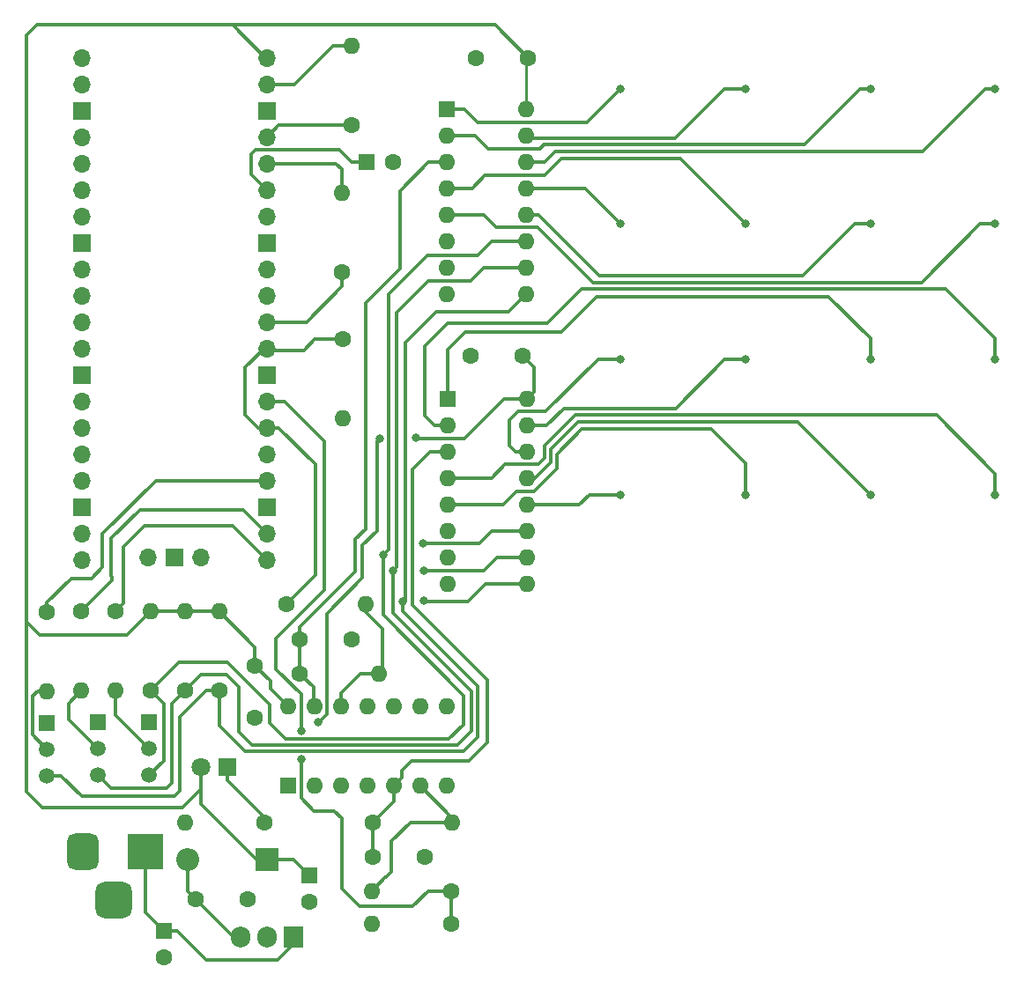
<source format=gbr>
%TF.GenerationSoftware,KiCad,Pcbnew,(6.0.11)*%
%TF.CreationDate,2024-06-09T14:40:51-05:00*%
%TF.ProjectId,CapactiveTouchpad,43617061-6374-4697-9665-546f75636870,rev?*%
%TF.SameCoordinates,Original*%
%TF.FileFunction,Copper,L2,Bot*%
%TF.FilePolarity,Positive*%
%FSLAX46Y46*%
G04 Gerber Fmt 4.6, Leading zero omitted, Abs format (unit mm)*
G04 Created by KiCad (PCBNEW (6.0.11)) date 2024-06-09 14:40:51*
%MOMM*%
%LPD*%
G01*
G04 APERTURE LIST*
G04 Aperture macros list*
%AMRoundRect*
0 Rectangle with rounded corners*
0 $1 Rounding radius*
0 $2 $3 $4 $5 $6 $7 $8 $9 X,Y pos of 4 corners*
0 Add a 4 corners polygon primitive as box body*
4,1,4,$2,$3,$4,$5,$6,$7,$8,$9,$2,$3,0*
0 Add four circle primitives for the rounded corners*
1,1,$1+$1,$2,$3*
1,1,$1+$1,$4,$5*
1,1,$1+$1,$6,$7*
1,1,$1+$1,$8,$9*
0 Add four rect primitives between the rounded corners*
20,1,$1+$1,$2,$3,$4,$5,0*
20,1,$1+$1,$4,$5,$6,$7,0*
20,1,$1+$1,$6,$7,$8,$9,0*
20,1,$1+$1,$8,$9,$2,$3,0*%
G04 Aperture macros list end*
%TA.AperFunction,ComponentPad*%
%ADD10C,1.600000*%
%TD*%
%TA.AperFunction,ComponentPad*%
%ADD11O,1.600000X1.600000*%
%TD*%
%TA.AperFunction,ComponentPad*%
%ADD12R,1.500000X1.500000*%
%TD*%
%TA.AperFunction,ComponentPad*%
%ADD13C,1.500000*%
%TD*%
%TA.AperFunction,ComponentPad*%
%ADD14R,3.500000X3.500000*%
%TD*%
%TA.AperFunction,ComponentPad*%
%ADD15RoundRect,0.750000X-0.750000X-1.000000X0.750000X-1.000000X0.750000X1.000000X-0.750000X1.000000X0*%
%TD*%
%TA.AperFunction,ComponentPad*%
%ADD16RoundRect,0.875000X-0.875000X-0.875000X0.875000X-0.875000X0.875000X0.875000X-0.875000X0.875000X0*%
%TD*%
%TA.AperFunction,ComponentPad*%
%ADD17R,1.905000X2.000000*%
%TD*%
%TA.AperFunction,ComponentPad*%
%ADD18O,1.905000X2.000000*%
%TD*%
%TA.AperFunction,ComponentPad*%
%ADD19R,2.200000X2.200000*%
%TD*%
%TA.AperFunction,ComponentPad*%
%ADD20O,2.200000X2.200000*%
%TD*%
%TA.AperFunction,ComponentPad*%
%ADD21O,1.700000X1.700000*%
%TD*%
%TA.AperFunction,ComponentPad*%
%ADD22R,1.700000X1.700000*%
%TD*%
%TA.AperFunction,ComponentPad*%
%ADD23R,1.600000X1.600000*%
%TD*%
%TA.AperFunction,ComponentPad*%
%ADD24R,1.800000X1.800000*%
%TD*%
%TA.AperFunction,ComponentPad*%
%ADD25C,1.800000*%
%TD*%
%TA.AperFunction,ViaPad*%
%ADD26C,0.800000*%
%TD*%
%TA.AperFunction,Conductor*%
%ADD27C,0.350000*%
%TD*%
%TA.AperFunction,Conductor*%
%ADD28C,0.250000*%
%TD*%
G04 APERTURE END LIST*
D10*
%TO.P,R15,1*%
%TO.N,Net-(C8-Pad1)*%
X74200000Y-114500000D03*
D11*
%TO.P,R15,2*%
%TO.N,Net-(R13-Pad2)*%
X81820000Y-114500000D03*
%TD*%
D12*
%TO.P,Q1,1,E*%
%TO.N,GND*%
X52726000Y-104902000D03*
D13*
%TO.P,Q1,2,B*%
%TO.N,Net-(Q1-Pad2)*%
X52726000Y-107442000D03*
%TO.P,Q1,3,C*%
%TO.N,SEL0*%
X52726000Y-109982000D03*
%TD*%
D12*
%TO.P,Q2,1,E*%
%TO.N,GND*%
X47810000Y-104900000D03*
D13*
%TO.P,Q2,2,B*%
%TO.N,Net-(Q2-Pad2)*%
X47810000Y-107440000D03*
%TO.P,Q2,3,C*%
%TO.N,SEL1*%
X47810000Y-109980000D03*
%TD*%
D10*
%TO.P,C9,1*%
%TO.N,Net-(C9-Pad1)*%
X67200000Y-96900000D03*
%TO.P,C9,2*%
%TO.N,GND*%
X72200000Y-96900000D03*
%TD*%
D14*
%TO.P,J1,1*%
%TO.N,Net-(C1-Pad1)*%
X52324000Y-117300000D03*
D15*
%TO.P,J1,2*%
%TO.N,unconnected-(J1-Pad2)*%
X46324000Y-117300000D03*
D16*
%TO.P,J1,3*%
%TO.N,unconnected-(J1-Pad3)*%
X49324000Y-122000000D03*
%TD*%
D10*
%TO.P,R11,1*%
%TO.N,Net-(C9-Pad1)*%
X67200000Y-100200000D03*
D11*
%TO.P,R11,2*%
%TO.N,Net-(R11-Pad2)*%
X74820000Y-100200000D03*
%TD*%
D10*
%TO.P,R6,1*%
%TO.N,Net-(R6-Pad1)*%
X46200000Y-94220000D03*
D11*
%TO.P,R6,2*%
%TO.N,Net-(Q2-Pad2)*%
X46200000Y-101840000D03*
%TD*%
D10*
%TO.P,R4,1*%
%TO.N,Net-(R4-Pad1)*%
X49450000Y-94240000D03*
D11*
%TO.P,R4,2*%
%TO.N,Net-(Q1-Pad2)*%
X49450000Y-101860000D03*
%TD*%
D17*
%TO.P,U1,1,VI*%
%TO.N,Net-(C1-Pad1)*%
X66548000Y-125547000D03*
D18*
%TO.P,U1,2,GND*%
%TO.N,GND*%
X64008000Y-125547000D03*
%TO.P,U1,3,VO*%
%TO.N,Net-(C6-Pad1)*%
X61468000Y-125547000D03*
%TD*%
D19*
%TO.P,D2,1,K*%
%TO.N,+5V*%
X64008000Y-118110000D03*
D20*
%TO.P,D2,2,A*%
%TO.N,Net-(C6-Pad1)*%
X56388000Y-118110000D03*
%TD*%
D10*
%TO.P,C8,1*%
%TO.N,Net-(C8-Pad1)*%
X74200000Y-117800000D03*
%TO.P,C8,2*%
%TO.N,GND*%
X79200000Y-117800000D03*
%TD*%
D21*
%TO.P,U4,1,GPIO0*%
%TO.N,unconnected-(U4-Pad1)*%
X46220000Y-41000000D03*
%TO.P,U4,2,GPIO1*%
%TO.N,unconnected-(U4-Pad2)*%
X46220000Y-43540000D03*
D22*
%TO.P,U4,3,GND*%
%TO.N,GND*%
X46220000Y-46080000D03*
D21*
%TO.P,U4,4,GPIO2*%
%TO.N,unconnected-(U4-Pad4)*%
X46220000Y-48620000D03*
%TO.P,U4,5,GPIO3*%
%TO.N,unconnected-(U4-Pad5)*%
X46220000Y-51160000D03*
%TO.P,U4,6,GPIO4*%
%TO.N,unconnected-(U4-Pad6)*%
X46220000Y-53700000D03*
%TO.P,U4,7,GPIO5*%
%TO.N,unconnected-(U4-Pad7)*%
X46220000Y-56240000D03*
D22*
%TO.P,U4,8,GND*%
%TO.N,GND*%
X46220000Y-58780000D03*
D21*
%TO.P,U4,9,GPIO6*%
%TO.N,unconnected-(U4-Pad9)*%
X46220000Y-61320000D03*
%TO.P,U4,10,GPIO7*%
%TO.N,unconnected-(U4-Pad10)*%
X46220000Y-63860000D03*
%TO.P,U4,11,GPIO8*%
%TO.N,unconnected-(U4-Pad11)*%
X46220000Y-66400000D03*
%TO.P,U4,12,GPIO9*%
%TO.N,unconnected-(U4-Pad12)*%
X46220000Y-68940000D03*
D22*
%TO.P,U4,13,GND*%
%TO.N,GND*%
X46220000Y-71480000D03*
D21*
%TO.P,U4,14,GPIO10*%
%TO.N,unconnected-(U4-Pad14)*%
X46220000Y-74020000D03*
%TO.P,U4,15,GPIO11*%
%TO.N,unconnected-(U4-Pad15)*%
X46220000Y-76560000D03*
%TO.P,U4,16,GPIO12*%
%TO.N,unconnected-(U4-Pad16)*%
X46220000Y-79100000D03*
%TO.P,U4,17,GPIO13*%
%TO.N,unconnected-(U4-Pad17)*%
X46220000Y-81640000D03*
D22*
%TO.P,U4,18,GND*%
%TO.N,GND*%
X46220000Y-84180000D03*
D21*
%TO.P,U4,19,GPIO14*%
%TO.N,unconnected-(U4-Pad19)*%
X46220000Y-86720000D03*
%TO.P,U4,20,GPIO15*%
%TO.N,unconnected-(U4-Pad20)*%
X46220000Y-89260000D03*
%TO.P,U4,21,GPIO16*%
%TO.N,Net-(R4-Pad1)*%
X64000000Y-89260000D03*
%TO.P,U4,22,GPIO17*%
%TO.N,Net-(R6-Pad1)*%
X64000000Y-86720000D03*
D22*
%TO.P,U4,23,GND*%
%TO.N,GND*%
X64000000Y-84180000D03*
D21*
%TO.P,U4,24,GPIO18*%
%TO.N,Net-(R8-Pad1)*%
X64000000Y-81640000D03*
%TO.P,U4,25,GPIO19*%
%TO.N,unconnected-(U4-Pad25)*%
X64000000Y-79100000D03*
%TO.P,U4,26,GPIO20*%
%TO.N,PADOSC1*%
X64000000Y-76560000D03*
%TO.P,U4,27,GPIO21*%
%TO.N,PADOSC2*%
X64000000Y-74020000D03*
D22*
%TO.P,U4,28,GND*%
%TO.N,GND*%
X64000000Y-71480000D03*
D21*
%TO.P,U4,29,GPIO22*%
%TO.N,PADOSC1*%
X64000000Y-68940000D03*
%TO.P,U4,30,RUN*%
%TO.N,Net-(R2-Pad1)*%
X64000000Y-66400000D03*
%TO.P,U4,31,GPIO26_ADC0*%
%TO.N,unconnected-(U4-Pad31)*%
X64000000Y-63860000D03*
%TO.P,U4,32,GPIO27_ADC1*%
%TO.N,unconnected-(U4-Pad32)*%
X64000000Y-61320000D03*
D22*
%TO.P,U4,33,AGND*%
%TO.N,GND*%
X64000000Y-58780000D03*
D21*
%TO.P,U4,34,GPIO28_ADC2*%
%TO.N,unconnected-(U4-Pad34)*%
X64000000Y-56240000D03*
%TO.P,U4,35,ADC_VREF*%
%TO.N,Net-(C5-Pad1)*%
X64000000Y-53700000D03*
%TO.P,U4,36,3V3*%
%TO.N,+3V3*%
X64000000Y-51160000D03*
%TO.P,U4,37,3V3_EN*%
%TO.N,Net-(R3-Pad1)*%
X64000000Y-48620000D03*
D22*
%TO.P,U4,38,GND*%
%TO.N,GND*%
X64000000Y-46080000D03*
D21*
%TO.P,U4,39,VSYS*%
%TO.N,Net-(R3-Pad2)*%
X64000000Y-43540000D03*
%TO.P,U4,40,VBUS*%
%TO.N,+5V*%
X64000000Y-41000000D03*
%TO.P,U4,41,SWCLK*%
%TO.N,unconnected-(U4-Pad41)*%
X52570000Y-89030000D03*
D22*
%TO.P,U4,42,GND*%
%TO.N,unconnected-(U4-Pad42)*%
X55110000Y-89030000D03*
D21*
%TO.P,U4,43,SWDIO*%
%TO.N,unconnected-(U4-Pad43)*%
X57650000Y-89030000D03*
%TD*%
D10*
%TO.P,C4,1*%
%TO.N,+5V*%
X88600000Y-69700000D03*
%TO.P,C4,2*%
%TO.N,GND*%
X83600000Y-69700000D03*
%TD*%
%TO.P,R8,1*%
%TO.N,Net-(R8-Pad1)*%
X42900000Y-94260000D03*
D11*
%TO.P,R8,2*%
%TO.N,Net-(Q3-Pad2)*%
X42900000Y-101880000D03*
%TD*%
D23*
%TO.P,U2,1*%
%TO.N,GND*%
X66035000Y-110988000D03*
D11*
%TO.P,U2,2*%
%TO.N,unconnected-(U2-Pad2)*%
X68575000Y-110988000D03*
%TO.P,U2,3*%
%TO.N,GND*%
X71115000Y-110988000D03*
%TO.P,U2,4*%
%TO.N,unconnected-(U2-Pad4)*%
X73655000Y-110988000D03*
%TO.P,U2,5*%
%TO.N,Net-(C8-Pad1)*%
X76195000Y-110988000D03*
%TO.P,U2,6*%
%TO.N,Net-(R13-Pad2)*%
X78735000Y-110988000D03*
%TO.P,U2,7,GND*%
%TO.N,GND*%
X81275000Y-110988000D03*
%TO.P,U2,8*%
%TO.N,unconnected-(U2-Pad8)*%
X81275000Y-103368000D03*
%TO.P,U2,9*%
%TO.N,GND*%
X78735000Y-103368000D03*
%TO.P,U2,10*%
%TO.N,unconnected-(U2-Pad10)*%
X76195000Y-103368000D03*
%TO.P,U2,11*%
%TO.N,GND*%
X73655000Y-103368000D03*
%TO.P,U2,12*%
%TO.N,Net-(R11-Pad2)*%
X71115000Y-103368000D03*
%TO.P,U2,13*%
%TO.N,Net-(C9-Pad1)*%
X68575000Y-103368000D03*
%TO.P,U2,14,VCC*%
%TO.N,+5V*%
X66035000Y-103368000D03*
%TD*%
D23*
%TO.P,U3,1,X4*%
%TO.N,Net-(U3-Pad1)*%
X81300000Y-45954000D03*
D11*
%TO.P,U3,2,X6*%
%TO.N,Net-(U3-Pad2)*%
X81300000Y-48494000D03*
%TO.P,U3,3,X*%
%TO.N,Net-(C9-Pad1)*%
X81300000Y-51034000D03*
%TO.P,U3,4,X7*%
%TO.N,Net-(U3-Pad4)*%
X81300000Y-53574000D03*
%TO.P,U3,5,X5*%
%TO.N,Net-(U3-Pad5)*%
X81300000Y-56114000D03*
%TO.P,U3,6,INH*%
%TO.N,GND*%
X81300000Y-58654000D03*
%TO.P,U3,7,VEE*%
X81300000Y-61194000D03*
%TO.P,U3,8,VSS*%
X81300000Y-63734000D03*
%TO.P,U3,9,C*%
%TO.N,SEL2*%
X88920000Y-63734000D03*
%TO.P,U3,10,B*%
%TO.N,SEL1*%
X88920000Y-61194000D03*
%TO.P,U3,11,A*%
%TO.N,SEL0*%
X88920000Y-58654000D03*
%TO.P,U3,12,X3*%
%TO.N,Net-(U3-Pad12)*%
X88920000Y-56114000D03*
%TO.P,U3,13,X0*%
%TO.N,Net-(U3-Pad13)*%
X88920000Y-53574000D03*
%TO.P,U3,14,X1*%
%TO.N,Net-(U3-Pad14)*%
X88920000Y-51034000D03*
%TO.P,U3,15,X2*%
%TO.N,Net-(U3-Pad15)*%
X88920000Y-48494000D03*
%TO.P,U3,16,VDD*%
%TO.N,+5V*%
X88920000Y-45954000D03*
%TD*%
D10*
%TO.P,R5,1*%
%TO.N,SEL0*%
X52832000Y-101854000D03*
D11*
%TO.P,R5,2*%
%TO.N,+5V*%
X52832000Y-94234000D03*
%TD*%
D10*
%TO.P,C7,1*%
%TO.N,+5V*%
X62860000Y-99450000D03*
%TO.P,C7,2*%
%TO.N,GND*%
X62860000Y-104450000D03*
%TD*%
%TO.P,R12,1*%
%TO.N,PADOSC1*%
X71350000Y-68090000D03*
D11*
%TO.P,R12,2*%
%TO.N,GND*%
X71350000Y-75710000D03*
%TD*%
D10*
%TO.P,R2,1*%
%TO.N,Net-(R2-Pad1)*%
X71200000Y-61600000D03*
D11*
%TO.P,R2,2*%
%TO.N,+3V3*%
X71200000Y-53980000D03*
%TD*%
D10*
%TO.P,C6,1*%
%TO.N,Net-(C6-Pad1)*%
X57190000Y-121920000D03*
%TO.P,C6,2*%
%TO.N,GND*%
X62190000Y-121920000D03*
%TD*%
D12*
%TO.P,Q3,1,E*%
%TO.N,GND*%
X42880000Y-104940000D03*
D13*
%TO.P,Q3,2,B*%
%TO.N,Net-(Q3-Pad2)*%
X42880000Y-107480000D03*
%TO.P,Q3,3,C*%
%TO.N,SEL2*%
X42880000Y-110020000D03*
%TD*%
D23*
%TO.P,C2,1*%
%TO.N,+5V*%
X68072000Y-119634000D03*
D10*
%TO.P,C2,2*%
%TO.N,GND*%
X68072000Y-122134000D03*
%TD*%
%TO.P,R14,1*%
%TO.N,PADOSC2*%
X81710000Y-124300000D03*
D11*
%TO.P,R14,2*%
%TO.N,GND*%
X74090000Y-124300000D03*
%TD*%
D10*
%TO.P,R7,1*%
%TO.N,SEL1*%
X56134000Y-101854000D03*
D11*
%TO.P,R7,2*%
%TO.N,+5V*%
X56134000Y-94234000D03*
%TD*%
D23*
%TO.P,U6,1,X4*%
%TO.N,Net-(P11-Pad1)*%
X81380000Y-73800000D03*
D11*
%TO.P,U6,2,X6*%
%TO.N,Net-(P13-Pad1)*%
X81380000Y-76340000D03*
%TO.P,U6,3,X*%
%TO.N,Net-(C8-Pad1)*%
X81380000Y-78880000D03*
%TO.P,U6,4,X7*%
%TO.N,Net-(P14-Pad1)*%
X81380000Y-81420000D03*
%TO.P,U6,5,X5*%
%TO.N,Net-(P12-Pad1)*%
X81380000Y-83960000D03*
%TO.P,U6,6,INH*%
%TO.N,GND*%
X81380000Y-86500000D03*
%TO.P,U6,7,VEE*%
X81380000Y-89040000D03*
%TO.P,U6,8,VSS*%
X81380000Y-91580000D03*
%TO.P,U6,9,C*%
%TO.N,SEL2*%
X89000000Y-91580000D03*
%TO.P,U6,10,B*%
%TO.N,SEL1*%
X89000000Y-89040000D03*
%TO.P,U6,11,A*%
%TO.N,SEL0*%
X89000000Y-86500000D03*
%TO.P,U6,12,X3*%
%TO.N,Net-(P16-Pad1)*%
X89000000Y-83960000D03*
%TO.P,U6,13,X0*%
%TO.N,Net-(P9-Pad1)*%
X89000000Y-81420000D03*
%TO.P,U6,14,X1*%
%TO.N,Net-(P15-Pad1)*%
X89000000Y-78880000D03*
%TO.P,U6,15,X2*%
%TO.N,Net-(P10-Pad1)*%
X89000000Y-76340000D03*
%TO.P,U6,16,VDD*%
%TO.N,+5V*%
X89000000Y-73800000D03*
%TD*%
D10*
%TO.P,R13,1*%
%TO.N,PADOSC2*%
X81710000Y-121100000D03*
D11*
%TO.P,R13,2*%
%TO.N,Net-(R13-Pad2)*%
X74090000Y-121100000D03*
%TD*%
D10*
%TO.P,C3,1*%
%TO.N,+5V*%
X89100000Y-41000000D03*
%TO.P,C3,2*%
%TO.N,GND*%
X84100000Y-41000000D03*
%TD*%
%TO.P,R9,1*%
%TO.N,SEL2*%
X59436000Y-101854000D03*
D11*
%TO.P,R9,2*%
%TO.N,+5V*%
X59436000Y-94234000D03*
%TD*%
D10*
%TO.P,R10,1*%
%TO.N,PADOSC1*%
X65900000Y-93500000D03*
D11*
%TO.P,R10,2*%
%TO.N,Net-(R11-Pad2)*%
X73520000Y-93500000D03*
%TD*%
D10*
%TO.P,R1,1*%
%TO.N,Net-(D1-Pad1)*%
X63754000Y-114554000D03*
D11*
%TO.P,R1,2*%
%TO.N,GND*%
X56134000Y-114554000D03*
%TD*%
D23*
%TO.P,C1,1*%
%TO.N,Net-(C1-Pad1)*%
X54102000Y-124968000D03*
D10*
%TO.P,C1,2*%
%TO.N,GND*%
X54102000Y-127468000D03*
%TD*%
%TO.P,R3,1*%
%TO.N,Net-(R3-Pad1)*%
X72136000Y-47498000D03*
D11*
%TO.P,R3,2*%
%TO.N,Net-(R3-Pad2)*%
X72136000Y-39878000D03*
%TD*%
D24*
%TO.P,D1,1,K*%
%TO.N,Net-(D1-Pad1)*%
X60198000Y-109220000D03*
D25*
%TO.P,D1,2,A*%
%TO.N,+5V*%
X57658000Y-109220000D03*
%TD*%
D23*
%TO.P,C5,1*%
%TO.N,Net-(C5-Pad1)*%
X73600000Y-51050000D03*
D10*
%TO.P,C5,2*%
%TO.N,GND*%
X76100000Y-51050000D03*
%TD*%
D26*
%TO.N,+5V*%
X68900000Y-104900000D03*
X78300000Y-77500000D03*
X74900000Y-77600000D03*
%TO.N,SEL0*%
X75170000Y-88830000D03*
X79000000Y-87700000D03*
%TO.N,SEL1*%
X76170000Y-90330000D03*
X79100000Y-90300000D03*
%TO.N,SEL2*%
X77090000Y-93290000D03*
X79100000Y-93200000D03*
%TO.N,Net-(U3-Pad1)*%
X98000000Y-44000000D03*
%TO.N,Net-(U3-Pad2)*%
X122000000Y-44000000D03*
%TO.N,Net-(U3-Pad4)*%
X110000000Y-57000000D03*
%TO.N,Net-(U3-Pad5)*%
X134000000Y-57000000D03*
%TO.N,Net-(U3-Pad12)*%
X122000000Y-57000000D03*
%TO.N,Net-(U3-Pad13)*%
X98000000Y-57000000D03*
%TO.N,Net-(U3-Pad14)*%
X134000000Y-44000000D03*
%TO.N,Net-(U3-Pad15)*%
X110000000Y-44000000D03*
%TO.N,Net-(P9-Pad1)*%
X122000000Y-83000000D03*
%TO.N,Net-(P10-Pad1)*%
X110000000Y-70000000D03*
%TO.N,Net-(P11-Pad1)*%
X122000000Y-70000000D03*
%TO.N,Net-(P12-Pad1)*%
X110000000Y-83000000D03*
%TO.N,Net-(P13-Pad1)*%
X134000000Y-70000000D03*
%TO.N,Net-(P14-Pad1)*%
X134000000Y-83000000D03*
%TO.N,Net-(P15-Pad1)*%
X98000000Y-70000000D03*
%TO.N,Net-(P16-Pad1)*%
X98000000Y-83000000D03*
%TO.N,PADOSC2*%
X67300000Y-108474500D03*
X67300000Y-105700000D03*
%TD*%
D27*
%TO.N,Net-(C1-Pad1)*%
X66548000Y-126238000D02*
X65024000Y-127762000D01*
X52324000Y-117300000D02*
X52324000Y-123190000D01*
X52324000Y-123190000D02*
X54102000Y-124968000D01*
X65024000Y-127762000D02*
X58166000Y-127762000D01*
X55372000Y-124968000D02*
X54102000Y-124968000D01*
X58166000Y-127762000D02*
X55372000Y-124968000D01*
X66548000Y-125547000D02*
X66548000Y-126238000D01*
%TO.N,+5V*%
X40894000Y-93794000D02*
X40894000Y-111594000D01*
X64008000Y-118110000D02*
X62992000Y-118110000D01*
X62860000Y-97658000D02*
X59436000Y-94234000D01*
X40894000Y-111594000D02*
X42400000Y-113100000D01*
X73200000Y-87900000D02*
X73200000Y-91000000D01*
X60196000Y-37846000D02*
X60706000Y-37846000D01*
X56134000Y-94234000D02*
X52832000Y-94234000D01*
X40894000Y-93794000D02*
X40894000Y-38862000D01*
D28*
X88920000Y-41180000D02*
X89100000Y-41000000D01*
D27*
X74600000Y-86500000D02*
X73200000Y-87900000D01*
X40894000Y-38862000D02*
X41910000Y-37846000D01*
X89700000Y-70800000D02*
X89700000Y-73100000D01*
D28*
X88920000Y-45954000D02*
X88920000Y-41180000D01*
D27*
X62860000Y-99450000D02*
X64330000Y-100920000D01*
X60706000Y-37846000D02*
X63860000Y-41000000D01*
X63860000Y-41000000D02*
X64000000Y-41000000D01*
X42164000Y-96520000D02*
X40894000Y-95250000D01*
X69750000Y-94450000D02*
X69750000Y-104150000D01*
X74600000Y-77900000D02*
X74600000Y-86500000D01*
X55900000Y-113100000D02*
X57663000Y-111337000D01*
X57663000Y-112781000D02*
X57663000Y-111337000D01*
X62860000Y-99450000D02*
X62860000Y-97658000D01*
X64330000Y-100920000D02*
X64330000Y-101663000D01*
X73200000Y-91000000D02*
X69750000Y-94450000D01*
X57663000Y-109225000D02*
X57658000Y-109220000D01*
X64330000Y-101663000D02*
X66035000Y-103368000D01*
X88600000Y-69700000D02*
X89700000Y-70800000D01*
X42400000Y-113100000D02*
X55900000Y-113100000D01*
X78400000Y-77600000D02*
X83000000Y-77600000D01*
X52832000Y-94234000D02*
X50546000Y-96520000D01*
X66548000Y-118110000D02*
X68072000Y-119634000D01*
X40894000Y-95250000D02*
X40894000Y-93794000D01*
X89000000Y-73800000D02*
X86800000Y-73800000D01*
X69750000Y-104150000D02*
X69000000Y-104900000D01*
X78400000Y-77600000D02*
X78300000Y-77500000D01*
X60196000Y-37846000D02*
X85946000Y-37846000D01*
X64008000Y-118110000D02*
X66548000Y-118110000D01*
X50546000Y-96520000D02*
X42164000Y-96520000D01*
X41910000Y-37846000D02*
X60196000Y-37846000D01*
X59436000Y-94234000D02*
X56134000Y-94234000D01*
X62992000Y-118110000D02*
X57663000Y-112781000D01*
X85946000Y-37846000D02*
X89100000Y-41000000D01*
X57663000Y-111337000D02*
X57663000Y-109225000D01*
X83000000Y-77600000D02*
X86800000Y-73800000D01*
X69000000Y-104900000D02*
X68900000Y-104900000D01*
X74900000Y-77600000D02*
X74600000Y-77900000D01*
X89700000Y-73100000D02*
X89000000Y-73800000D01*
%TO.N,Net-(D1-Pad1)*%
X60203000Y-109225000D02*
X60203000Y-110495000D01*
X60198000Y-109220000D02*
X60203000Y-109225000D01*
X60203000Y-110495000D02*
X63754000Y-114046000D01*
X63754000Y-114046000D02*
X63754000Y-114554000D01*
%TO.N,Net-(C5-Pad1)*%
X62484000Y-52184000D02*
X64000000Y-53700000D01*
X71000000Y-49870000D02*
X62906000Y-49870000D01*
X73600000Y-51050000D02*
X72180000Y-51050000D01*
X62906000Y-49870000D02*
X62484000Y-50292000D01*
X62484000Y-50292000D02*
X62484000Y-52184000D01*
X72180000Y-51050000D02*
X71000000Y-49870000D01*
%TO.N,Net-(C6-Pad1)*%
X57190000Y-121920000D02*
X60817000Y-125547000D01*
X56388000Y-121118000D02*
X57190000Y-121920000D01*
X56388000Y-118110000D02*
X56388000Y-121118000D01*
X60817000Y-125547000D02*
X61468000Y-125547000D01*
%TO.N,Net-(C9-Pad1)*%
X72500000Y-90400000D02*
X72500000Y-87300000D01*
X67200000Y-96900000D02*
X67200000Y-100200000D01*
X76800000Y-61300000D02*
X76800000Y-53800000D01*
X68500000Y-101500000D02*
X67200000Y-100200000D01*
X76800000Y-53800000D02*
X79566000Y-51034000D01*
X72500000Y-87300000D02*
X73500000Y-86300000D01*
X68575000Y-103368000D02*
X68500000Y-103293000D01*
X73500000Y-86300000D02*
X73500000Y-64600000D01*
X68500000Y-103293000D02*
X68500000Y-101500000D01*
X73500000Y-64600000D02*
X76800000Y-61300000D01*
X67200000Y-96900000D02*
X67200000Y-95700000D01*
X67200000Y-95700000D02*
X72500000Y-90400000D01*
X79566000Y-51034000D02*
X81300000Y-51034000D01*
%TO.N,Net-(R2-Pad1)*%
X71200000Y-63000000D02*
X71200000Y-61600000D01*
X67800000Y-66400000D02*
X71200000Y-63000000D01*
X64000000Y-66400000D02*
X67800000Y-66400000D01*
%TO.N,Net-(R3-Pad1)*%
X65122000Y-47498000D02*
X72136000Y-47498000D01*
X64000000Y-48620000D02*
X65122000Y-47498000D01*
%TO.N,Net-(R3-Pad2)*%
X66696000Y-43540000D02*
X70358000Y-39878000D01*
X64000000Y-43540000D02*
X66696000Y-43540000D01*
X70358000Y-39878000D02*
X72136000Y-39878000D01*
%TO.N,Net-(R4-Pad1)*%
X52290000Y-86030000D02*
X50270000Y-88050000D01*
X50270000Y-93420000D02*
X49450000Y-94240000D01*
X60770000Y-86030000D02*
X52290000Y-86030000D01*
X50270000Y-88050000D02*
X50270000Y-93420000D01*
X64000000Y-89260000D02*
X60770000Y-86030000D01*
%TO.N,Net-(R6-Pad1)*%
X49080000Y-87220000D02*
X49080000Y-90810000D01*
X49150000Y-90880000D02*
X49150000Y-91270000D01*
X64000000Y-86720000D02*
X61740000Y-84460000D01*
X49150000Y-91270000D02*
X46200000Y-94220000D01*
X51840000Y-84460000D02*
X49080000Y-87220000D01*
X61740000Y-84460000D02*
X51840000Y-84460000D01*
X49080000Y-90810000D02*
X49150000Y-90880000D01*
%TO.N,Net-(R8-Pad1)*%
X45240000Y-91060000D02*
X42900000Y-93400000D01*
X47150000Y-91060000D02*
X45240000Y-91060000D01*
X48230000Y-86770000D02*
X48230000Y-89980000D01*
X48230000Y-89980000D02*
X47150000Y-91060000D01*
X42900000Y-93400000D02*
X42900000Y-94260000D01*
X64000000Y-81640000D02*
X53360000Y-81640000D01*
X53360000Y-81640000D02*
X48230000Y-86770000D01*
%TO.N,PADOSC1*%
X68650000Y-90750000D02*
X65900000Y-93500000D01*
X71350000Y-68090000D02*
X68610000Y-68090000D01*
X64210000Y-69150000D02*
X64000000Y-68940000D01*
X68610000Y-68090000D02*
X67550000Y-69150000D01*
X63160000Y-76560000D02*
X61900000Y-75300000D01*
X65160000Y-76560000D02*
X68650000Y-80050000D01*
X64000000Y-76560000D02*
X65160000Y-76560000D01*
X64000000Y-76560000D02*
X63160000Y-76560000D01*
X61900000Y-75300000D02*
X61900000Y-70800000D01*
X67550000Y-69150000D02*
X64210000Y-69150000D01*
X61900000Y-70800000D02*
X63760000Y-68940000D01*
X68650000Y-80050000D02*
X68650000Y-90750000D01*
X63760000Y-68940000D02*
X64000000Y-68940000D01*
%TO.N,Net-(R11-Pad2)*%
X71115000Y-102085000D02*
X73000000Y-100200000D01*
X75100000Y-99920000D02*
X74820000Y-100200000D01*
X73520000Y-93500000D02*
X73520000Y-94320000D01*
X71115000Y-103368000D02*
X71115000Y-102085000D01*
X73520000Y-94320000D02*
X75100000Y-95900000D01*
X75100000Y-95900000D02*
X75100000Y-99920000D01*
X73000000Y-100200000D02*
X74820000Y-100200000D01*
%TO.N,Net-(Q1-Pad2)*%
X49450000Y-101860000D02*
X49450000Y-104166000D01*
X49450000Y-104166000D02*
X52726000Y-107442000D01*
%TO.N,SEL0*%
X54102000Y-108606000D02*
X52726000Y-109982000D01*
X84300000Y-59970000D02*
X85616000Y-58654000D01*
X75750000Y-88250000D02*
X75750000Y-63690000D01*
X82900000Y-105100000D02*
X81500000Y-106500000D01*
X60200000Y-99100000D02*
X55586000Y-99100000D01*
X52832000Y-101854000D02*
X54102000Y-103124000D01*
X75170000Y-94570000D02*
X82900000Y-102300000D01*
X82900000Y-102300000D02*
X82900000Y-105100000D01*
X84400000Y-87700000D02*
X85600000Y-86500000D01*
X64300000Y-103200000D02*
X60200000Y-99100000D01*
X79470000Y-59970000D02*
X84300000Y-59970000D01*
X81500000Y-106500000D02*
X65800000Y-106500000D01*
X54102000Y-103124000D02*
X54102000Y-108606000D01*
X55586000Y-99100000D02*
X52832000Y-101854000D01*
X64300000Y-105000000D02*
X64300000Y-103200000D01*
X75750000Y-63690000D02*
X79470000Y-59970000D01*
X85616000Y-58654000D02*
X88920000Y-58654000D01*
X75170000Y-88830000D02*
X75750000Y-88250000D01*
X79000000Y-87700000D02*
X84400000Y-87700000D01*
X85600000Y-86500000D02*
X89000000Y-86500000D01*
X65800000Y-106500000D02*
X64300000Y-105000000D01*
X75170000Y-88830000D02*
X75170000Y-94570000D01*
%TO.N,Net-(Q2-Pad2)*%
X46200000Y-101840000D02*
X44960000Y-103080000D01*
X44960000Y-104590000D02*
X47810000Y-107440000D01*
X44960000Y-103080000D02*
X44960000Y-104590000D01*
%TO.N,SEL1*%
X83700000Y-105700000D02*
X83700000Y-101900000D01*
X83590000Y-62480000D02*
X84876000Y-61194000D01*
X79100000Y-90300000D02*
X84900000Y-90300000D01*
X61300000Y-101500000D02*
X61300000Y-105800000D01*
X54864000Y-110744000D02*
X54356000Y-111252000D01*
X60100000Y-100300000D02*
X61300000Y-101500000D01*
X56134000Y-101854000D02*
X57688000Y-100300000D01*
X56134000Y-101854000D02*
X54864000Y-103124000D01*
X76500000Y-65530000D02*
X79550000Y-62480000D01*
X54356000Y-111252000D02*
X49082000Y-111252000D01*
X84900000Y-90300000D02*
X86160000Y-89040000D01*
X49082000Y-111252000D02*
X47810000Y-109980000D01*
X57688000Y-100300000D02*
X60100000Y-100300000D01*
X82300000Y-107100000D02*
X83700000Y-105700000D01*
X61300000Y-105800000D02*
X62600000Y-107100000D01*
X76170000Y-90330000D02*
X76500000Y-90000000D01*
X79550000Y-62480000D02*
X83590000Y-62480000D01*
X76170000Y-94370000D02*
X76170000Y-90330000D01*
X76500000Y-90000000D02*
X76500000Y-65530000D01*
X86160000Y-89040000D02*
X89000000Y-89040000D01*
X83700000Y-101900000D02*
X76170000Y-94370000D01*
X84876000Y-61194000D02*
X88920000Y-61194000D01*
X62600000Y-107100000D02*
X82300000Y-107100000D01*
X54864000Y-103124000D02*
X54864000Y-110744000D01*
%TO.N,Net-(Q3-Pad2)*%
X41500000Y-102380000D02*
X41500000Y-106100000D01*
X41500000Y-106100000D02*
X42880000Y-107480000D01*
X42900000Y-101880000D02*
X42000000Y-101880000D01*
X42000000Y-101880000D02*
X41500000Y-102380000D01*
%TO.N,SEL2*%
X77300000Y-68430000D02*
X80318000Y-65412000D01*
X55626000Y-104394000D02*
X55626000Y-111506000D01*
X59436000Y-101854000D02*
X59436000Y-105236000D01*
X85020000Y-91580000D02*
X83300000Y-93300000D01*
X77090000Y-93290000D02*
X77300000Y-93080000D01*
X55118000Y-112014000D02*
X46228000Y-112014000D01*
X83300000Y-93300000D02*
X79200000Y-93300000D01*
X77090000Y-94190000D02*
X77090000Y-93290000D01*
X46228000Y-112014000D02*
X44234000Y-110020000D01*
X58166000Y-101854000D02*
X55626000Y-104394000D01*
X61900000Y-107700000D02*
X82900000Y-107700000D01*
X87242000Y-65412000D02*
X88920000Y-63734000D01*
X79200000Y-93300000D02*
X79100000Y-93200000D01*
X59436000Y-101854000D02*
X58166000Y-101854000D01*
X84300000Y-101400000D02*
X77090000Y-94190000D01*
X80318000Y-65412000D02*
X87242000Y-65412000D01*
X85020000Y-91580000D02*
X89000000Y-91580000D01*
X55626000Y-111506000D02*
X55118000Y-112014000D01*
X84300000Y-106300000D02*
X84300000Y-101400000D01*
X82900000Y-107700000D02*
X84300000Y-106300000D01*
X59436000Y-105236000D02*
X61900000Y-107700000D01*
X77300000Y-93080000D02*
X77300000Y-68430000D01*
X44234000Y-110020000D02*
X42880000Y-110020000D01*
%TO.N,Net-(U3-Pad1)*%
X82954000Y-45954000D02*
X84250000Y-47250000D01*
X81300000Y-45954000D02*
X82954000Y-45954000D01*
X94750000Y-47250000D02*
X98000000Y-44000000D01*
X84250000Y-47250000D02*
X94750000Y-47250000D01*
%TO.N,+3V3*%
X71200000Y-51740000D02*
X71200000Y-53980000D01*
X64000000Y-51160000D02*
X70620000Y-51160000D01*
X70620000Y-51160000D02*
X71200000Y-51740000D01*
%TO.N,Net-(U3-Pad2)*%
X90250000Y-49750000D02*
X85250000Y-49750000D01*
X90640000Y-49360000D02*
X90250000Y-49750000D01*
X121000000Y-44000000D02*
X115640000Y-49360000D01*
X122000000Y-44000000D02*
X121000000Y-44000000D01*
X85250000Y-49750000D02*
X83994000Y-48494000D01*
X83994000Y-48494000D02*
X81300000Y-48494000D01*
X115640000Y-49360000D02*
X90640000Y-49360000D01*
%TO.N,Net-(U3-Pad4)*%
X103730000Y-50730000D02*
X110000000Y-57000000D01*
X84970000Y-52320000D02*
X90700000Y-52320000D01*
X92290000Y-50730000D02*
X103730000Y-50730000D01*
X90700000Y-52320000D02*
X92290000Y-50730000D01*
X83716000Y-53574000D02*
X84970000Y-52320000D01*
X81300000Y-53574000D02*
X83716000Y-53574000D01*
%TO.N,Net-(U3-Pad5)*%
X95340000Y-62590000D02*
X90039000Y-57289000D01*
X84864000Y-56114000D02*
X81300000Y-56114000D01*
X90039000Y-57289000D02*
X86039000Y-57289000D01*
X126910000Y-62590000D02*
X95340000Y-62590000D01*
X86039000Y-57289000D02*
X84864000Y-56114000D01*
X134000000Y-57000000D02*
X132500000Y-57000000D01*
X132500000Y-57000000D02*
X126910000Y-62590000D01*
%TO.N,Net-(U3-Pad12)*%
X90134000Y-56114000D02*
X88920000Y-56114000D01*
X120500000Y-57000000D02*
X115540000Y-61960000D01*
X115540000Y-61960000D02*
X95980000Y-61960000D01*
X122000000Y-57000000D02*
X120500000Y-57000000D01*
X95980000Y-61960000D02*
X90134000Y-56114000D01*
%TO.N,Net-(U3-Pad13)*%
X94574000Y-53574000D02*
X98000000Y-57000000D01*
X88920000Y-53574000D02*
X94574000Y-53574000D01*
%TO.N,Net-(U3-Pad14)*%
X91750000Y-50000000D02*
X90716000Y-51034000D01*
X90716000Y-51034000D02*
X88920000Y-51034000D01*
X127000000Y-50000000D02*
X91750000Y-50000000D01*
X133000000Y-44000000D02*
X127000000Y-50000000D01*
X134000000Y-44000000D02*
X133000000Y-44000000D01*
%TO.N,Net-(U3-Pad15)*%
X103260000Y-48740000D02*
X89627000Y-48740000D01*
X110000000Y-44000000D02*
X108000000Y-44000000D01*
X89627000Y-48740000D02*
X89381000Y-48494000D01*
X89381000Y-48494000D02*
X88920000Y-48494000D01*
X108000000Y-44000000D02*
X103260000Y-48740000D01*
%TO.N,Net-(C8-Pad1)*%
X76195000Y-112505000D02*
X74200000Y-114500000D01*
X77000000Y-109500000D02*
X77900000Y-108600000D01*
X78000000Y-80600000D02*
X79720000Y-78880000D01*
X85200000Y-100800000D02*
X78000000Y-93600000D01*
X78000000Y-93600000D02*
X78000000Y-80600000D01*
X76195000Y-110988000D02*
X77000000Y-110183000D01*
X77000000Y-110183000D02*
X77000000Y-109500000D01*
X77900000Y-108600000D02*
X83400000Y-108600000D01*
X76195000Y-110988000D02*
X76195000Y-112505000D01*
X79720000Y-78880000D02*
X81380000Y-78880000D01*
X85200000Y-106800000D02*
X85200000Y-100800000D01*
X83400000Y-108600000D02*
X85200000Y-106800000D01*
X74200000Y-114500000D02*
X74200000Y-117800000D01*
%TO.N,Net-(P9-Pad1)*%
X89000000Y-81420000D02*
X89780000Y-81420000D01*
X93950000Y-76000000D02*
X115000000Y-76000000D01*
X91290000Y-78660000D02*
X93950000Y-76000000D01*
X89780000Y-81420000D02*
X91290000Y-79910000D01*
X91290000Y-79910000D02*
X91290000Y-78660000D01*
X115000000Y-76000000D02*
X122000000Y-83000000D01*
%TO.N,Net-(P10-Pad1)*%
X89000000Y-76340000D02*
X90910000Y-76340000D01*
X103280000Y-74720000D02*
X108000000Y-70000000D01*
X92530000Y-74720000D02*
X103280000Y-74720000D01*
X90910000Y-76340000D02*
X92530000Y-74720000D01*
X108000000Y-70000000D02*
X110000000Y-70000000D01*
%TO.N,Net-(P11-Pad1)*%
X83100000Y-67350000D02*
X81380000Y-69070000D01*
X95700000Y-64000000D02*
X92350000Y-67350000D01*
X122000000Y-70000000D02*
X122000000Y-68000000D01*
X92350000Y-67350000D02*
X83100000Y-67350000D01*
X81380000Y-69070000D02*
X81380000Y-73800000D01*
X122000000Y-68000000D02*
X118000000Y-64000000D01*
X118000000Y-64000000D02*
X95700000Y-64000000D01*
%TO.N,Net-(P12-Pad1)*%
X88000000Y-82700000D02*
X89700000Y-82700000D01*
X81380000Y-83960000D02*
X86740000Y-83960000D01*
X91900000Y-79100000D02*
X94280000Y-76720000D01*
X106720000Y-76720000D02*
X110000000Y-80000000D01*
X89700000Y-82700000D02*
X91900000Y-80500000D01*
X86740000Y-83960000D02*
X88000000Y-82700000D01*
X91900000Y-80500000D02*
X91900000Y-79100000D01*
X110000000Y-80000000D02*
X110000000Y-83000000D01*
X94280000Y-76720000D02*
X106720000Y-76720000D01*
%TO.N,Net-(P13-Pad1)*%
X79200000Y-75400000D02*
X80140000Y-76340000D01*
X90950000Y-66500000D02*
X81400000Y-66500000D01*
X80140000Y-76340000D02*
X81380000Y-76340000D01*
X134000000Y-70000000D02*
X134000000Y-68000000D01*
X81400000Y-66500000D02*
X79200000Y-68700000D01*
X129220000Y-63220000D02*
X94230000Y-63220000D01*
X94230000Y-63220000D02*
X90950000Y-66500000D01*
X134000000Y-68000000D02*
X129220000Y-63220000D01*
X79200000Y-68700000D02*
X79200000Y-75400000D01*
%TO.N,Net-(P14-Pad1)*%
X134000000Y-81000000D02*
X128360000Y-75360000D01*
X86900000Y-80100000D02*
X85580000Y-81420000D01*
X134000000Y-83000000D02*
X134000000Y-81000000D01*
X90700000Y-79500000D02*
X90100000Y-80100000D01*
X90700000Y-78300000D02*
X90700000Y-79500000D01*
X90100000Y-80100000D02*
X86900000Y-80100000D01*
X85580000Y-81420000D02*
X81380000Y-81420000D01*
X128360000Y-75360000D02*
X93640000Y-75360000D01*
X93640000Y-75360000D02*
X90700000Y-78300000D01*
%TO.N,Net-(P15-Pad1)*%
X95830000Y-70000000D02*
X98000000Y-70000000D01*
X88120000Y-75010000D02*
X90820000Y-75010000D01*
X89000000Y-78880000D02*
X87890000Y-78880000D01*
X87890000Y-78880000D02*
X87290000Y-78280000D01*
X87290000Y-78280000D02*
X87290000Y-75840000D01*
X87290000Y-75840000D02*
X88120000Y-75010000D01*
X90820000Y-75010000D02*
X95830000Y-70000000D01*
%TO.N,Net-(P16-Pad1)*%
X95000000Y-83000000D02*
X94040000Y-83960000D01*
X98000000Y-83000000D02*
X95000000Y-83000000D01*
X94040000Y-83960000D02*
X89000000Y-83960000D01*
%TO.N,Net-(R13-Pad2)*%
X76000000Y-119300000D02*
X75500000Y-119800000D01*
X81820000Y-114073000D02*
X81820000Y-114500000D01*
X77800000Y-114500000D02*
X76000000Y-116300000D01*
X75390000Y-119800000D02*
X74090000Y-121100000D01*
X76000000Y-116300000D02*
X76000000Y-119300000D01*
X78735000Y-110988000D02*
X81820000Y-114073000D01*
X75500000Y-119800000D02*
X75390000Y-119800000D01*
X81820000Y-114500000D02*
X77800000Y-114500000D01*
%TO.N,PADOSC2*%
X67300000Y-108474500D02*
X67300000Y-112200000D01*
X65720000Y-74020000D02*
X64000000Y-74020000D01*
X67300000Y-102200000D02*
X64880000Y-99780000D01*
X64880000Y-99780000D02*
X64880000Y-96870000D01*
X64880000Y-96870000D02*
X69550000Y-92200000D01*
X69550000Y-77850000D02*
X65720000Y-74020000D01*
X71200000Y-114100000D02*
X71200000Y-120900000D01*
X72900000Y-122600000D02*
X78000000Y-122600000D01*
X67300000Y-105700000D02*
X67300000Y-102200000D01*
X69550000Y-92200000D02*
X69550000Y-77850000D01*
X71200000Y-120900000D02*
X72900000Y-122600000D01*
X70500000Y-113400000D02*
X71200000Y-114100000D01*
X67300000Y-112200000D02*
X68500000Y-113400000D01*
X78000000Y-122600000D02*
X79500000Y-121100000D01*
X79500000Y-121100000D02*
X81710000Y-121100000D01*
X68500000Y-113400000D02*
X70500000Y-113400000D01*
X81710000Y-121100000D02*
X81710000Y-124300000D01*
%TD*%
M02*

</source>
